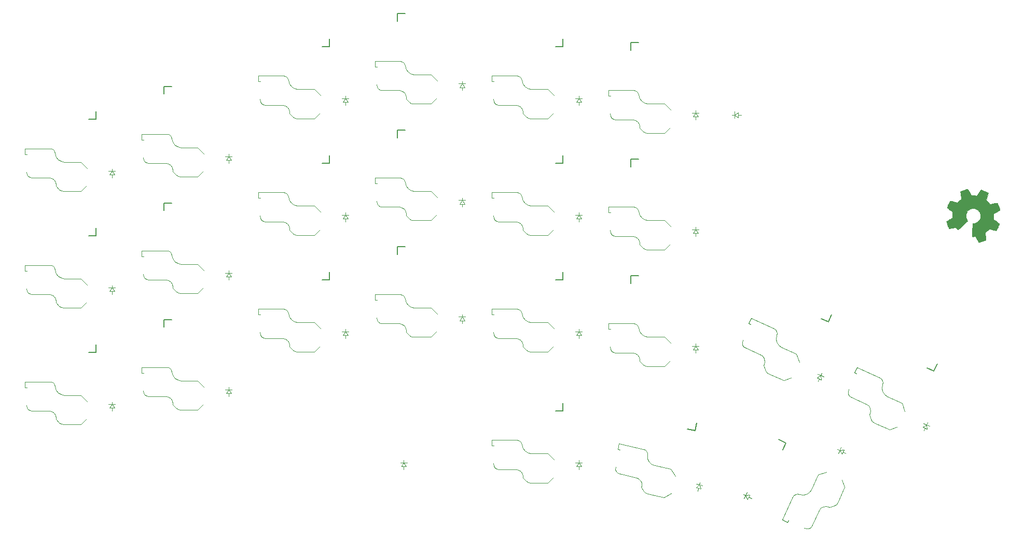
<source format=gbr>
%TF.GenerationSoftware,KiCad,Pcbnew,7.0.5*%
%TF.CreationDate,2024-03-19T12:27:36+08:00*%
%TF.ProjectId,Prime52left,5072696d-6535-4326-9c65-66742e6b6963,rev?*%
%TF.SameCoordinates,Original*%
%TF.FileFunction,Legend,Bot*%
%TF.FilePolarity,Positive*%
%FSLAX46Y46*%
G04 Gerber Fmt 4.6, Leading zero omitted, Abs format (unit mm)*
G04 Created by KiCad (PCBNEW 7.0.5) date 2024-03-19 12:27:36*
%MOMM*%
%LPD*%
G01*
G04 APERTURE LIST*
%ADD10C,0.120000*%
%ADD11C,0.100000*%
%ADD12C,0.150000*%
%ADD13C,0.010000*%
G04 APERTURE END LIST*
D10*
%TO.C,K25*%
X178781768Y-135740480D02*
X177536564Y-136193697D01*
X177536564Y-136193697D02*
X175046937Y-135032765D01*
X179561751Y-131850670D02*
X180055598Y-133207504D01*
X177162754Y-130732000D02*
X179561751Y-131850670D01*
X175046937Y-135032765D02*
X174715504Y-134789945D01*
X174715504Y-134789945D02*
X174502326Y-134437865D01*
X176697784Y-130399326D02*
X177162754Y-130732000D01*
X174502326Y-134437865D02*
X174244520Y-133729548D01*
X176390026Y-129925906D02*
X176697784Y-130399326D01*
X174244520Y-133729548D02*
X174338341Y-133528347D01*
X174338341Y-133528347D02*
X174444599Y-133094617D01*
X176275140Y-129372503D02*
X176390026Y-129925906D01*
X174444599Y-133094617D02*
X174378561Y-132658883D01*
X176371389Y-128801700D02*
X176275140Y-129372503D01*
X176423012Y-128496966D02*
X176371389Y-128801700D01*
X174378561Y-132658883D02*
X174149065Y-132282643D01*
X176357130Y-128181573D02*
X176423012Y-128496966D01*
X174149065Y-132282643D02*
X173788870Y-132018687D01*
X176180647Y-127911704D02*
X176357130Y-128181573D01*
X175924626Y-127727220D02*
X176180647Y-127911704D01*
X173788870Y-132018687D02*
X171251208Y-130835356D01*
X171251208Y-130835356D02*
X170982316Y-130638250D01*
X170982316Y-130638250D02*
X170805705Y-130347357D01*
X170805705Y-130347357D02*
X170754014Y-130010997D01*
X170754014Y-130010997D02*
X170857436Y-129588081D01*
X172152336Y-127007554D02*
X171823346Y-126854143D01*
X171823346Y-126854143D02*
X172221453Y-126000402D01*
X172221453Y-126000402D02*
X175924626Y-127727220D01*
%TO.C,K4*%
X65511000Y-93923000D02*
X64574000Y-94860000D01*
X64574000Y-94860000D02*
X61827000Y-94860000D01*
X64574000Y-90068000D02*
X65595000Y-91089000D01*
X61927000Y-90068000D02*
X64574000Y-90068000D01*
X61827000Y-94860000D02*
X61424000Y-94780000D01*
X61424000Y-94780000D02*
X61082000Y-94551000D01*
X61365000Y-89963000D02*
X61927000Y-90068000D01*
X61082000Y-94551000D02*
X60549000Y-94018000D01*
X60886000Y-89664000D02*
X61365000Y-89963000D01*
X60549000Y-94018000D02*
X60549000Y-93796000D01*
X60549000Y-93796000D02*
X60462000Y-93358000D01*
X60548000Y-89211000D02*
X60886000Y-89664000D01*
X60462000Y-93358000D02*
X60218000Y-92991000D01*
X60394000Y-88653000D02*
X60548000Y-89211000D01*
X60312000Y-88355000D02*
X60394000Y-88653000D01*
X60218000Y-92991000D02*
X59851000Y-92747000D01*
X60119000Y-88097000D02*
X60312000Y-88355000D01*
X59851000Y-92747000D02*
X59413000Y-92660000D01*
X59845000Y-87927000D02*
X60119000Y-88097000D01*
X59535000Y-87868000D02*
X59845000Y-87927000D01*
X59413000Y-92660000D02*
X56613000Y-92660000D01*
X56613000Y-92660000D02*
X56286000Y-92595000D01*
X56286000Y-92595000D02*
X56003000Y-92406000D01*
X56003000Y-92406000D02*
X55814000Y-92123000D01*
X55814000Y-92123000D02*
X55729000Y-91696000D01*
X55812000Y-88810000D02*
X55449000Y-88810000D01*
X55449000Y-88810000D02*
X55449000Y-87868000D01*
X55449000Y-87868000D02*
X59535000Y-87868000D01*
%TO.C,K20*%
X141711000Y-105829000D02*
X140774000Y-106766000D01*
X140774000Y-106766000D02*
X138027000Y-106766000D01*
X140774000Y-101974000D02*
X141795000Y-102995000D01*
X138127000Y-101974000D02*
X140774000Y-101974000D01*
X138027000Y-106766000D02*
X137624000Y-106686000D01*
X137624000Y-106686000D02*
X137282000Y-106457000D01*
X137565000Y-101869000D02*
X138127000Y-101974000D01*
X137282000Y-106457000D02*
X136749000Y-105924000D01*
X137086000Y-101570000D02*
X137565000Y-101869000D01*
X136749000Y-105924000D02*
X136749000Y-105702000D01*
X136749000Y-105702000D02*
X136662000Y-105264000D01*
X136748000Y-101117000D02*
X137086000Y-101570000D01*
X136662000Y-105264000D02*
X136418000Y-104897000D01*
X136594000Y-100559000D02*
X136748000Y-101117000D01*
X136512000Y-100261000D02*
X136594000Y-100559000D01*
X136418000Y-104897000D02*
X136051000Y-104653000D01*
X136319000Y-100003000D02*
X136512000Y-100261000D01*
X136051000Y-104653000D02*
X135613000Y-104566000D01*
X136045000Y-99833000D02*
X136319000Y-100003000D01*
X135735000Y-99774000D02*
X136045000Y-99833000D01*
X135613000Y-104566000D02*
X132813000Y-104566000D01*
X132813000Y-104566000D02*
X132486000Y-104501000D01*
X132486000Y-104501000D02*
X132203000Y-104312000D01*
X132203000Y-104312000D02*
X132014000Y-104029000D01*
X132014000Y-104029000D02*
X131929000Y-103602000D01*
X132012000Y-100716000D02*
X131649000Y-100716000D01*
X131649000Y-100716000D02*
X131649000Y-99774000D01*
X131649000Y-99774000D02*
X135735000Y-99774000D01*
%TO.C,K3*%
X46461000Y-134404000D02*
X45524000Y-135341000D01*
X45524000Y-135341000D02*
X42777000Y-135341000D01*
X45524000Y-130549000D02*
X46545000Y-131570000D01*
X42877000Y-130549000D02*
X45524000Y-130549000D01*
X42777000Y-135341000D02*
X42374000Y-135261000D01*
X42374000Y-135261000D02*
X42032000Y-135032000D01*
X42315000Y-130444000D02*
X42877000Y-130549000D01*
X42032000Y-135032000D02*
X41499000Y-134499000D01*
X41836000Y-130145000D02*
X42315000Y-130444000D01*
X41499000Y-134499000D02*
X41499000Y-134277000D01*
X41499000Y-134277000D02*
X41412000Y-133839000D01*
X41498000Y-129692000D02*
X41836000Y-130145000D01*
X41412000Y-133839000D02*
X41168000Y-133472000D01*
X41344000Y-129134000D02*
X41498000Y-129692000D01*
X41262000Y-128836000D02*
X41344000Y-129134000D01*
X41168000Y-133472000D02*
X40801000Y-133228000D01*
X41069000Y-128578000D02*
X41262000Y-128836000D01*
X40801000Y-133228000D02*
X40363000Y-133141000D01*
X40795000Y-128408000D02*
X41069000Y-128578000D01*
X40485000Y-128349000D02*
X40795000Y-128408000D01*
X40363000Y-133141000D02*
X37563000Y-133141000D01*
X37563000Y-133141000D02*
X37236000Y-133076000D01*
X37236000Y-133076000D02*
X36953000Y-132887000D01*
X36953000Y-132887000D02*
X36764000Y-132604000D01*
X36764000Y-132604000D02*
X36679000Y-132177000D01*
X36762000Y-129291000D02*
X36399000Y-129291000D01*
X36399000Y-129291000D02*
X36399000Y-128349000D01*
X36399000Y-128349000D02*
X40485000Y-128349000D01*
%TO.C,K10*%
X84561000Y-122498000D02*
X83624000Y-123435000D01*
X83624000Y-123435000D02*
X80877000Y-123435000D01*
X83624000Y-118643000D02*
X84645000Y-119664000D01*
X80977000Y-118643000D02*
X83624000Y-118643000D01*
X80877000Y-123435000D02*
X80474000Y-123355000D01*
X80474000Y-123355000D02*
X80132000Y-123126000D01*
X80415000Y-118538000D02*
X80977000Y-118643000D01*
X80132000Y-123126000D02*
X79599000Y-122593000D01*
X79936000Y-118239000D02*
X80415000Y-118538000D01*
X79599000Y-122593000D02*
X79599000Y-122371000D01*
X79599000Y-122371000D02*
X79512000Y-121933000D01*
X79598000Y-117786000D02*
X79936000Y-118239000D01*
X79512000Y-121933000D02*
X79268000Y-121566000D01*
X79444000Y-117228000D02*
X79598000Y-117786000D01*
X79362000Y-116930000D02*
X79444000Y-117228000D01*
X79268000Y-121566000D02*
X78901000Y-121322000D01*
X79169000Y-116672000D02*
X79362000Y-116930000D01*
X78901000Y-121322000D02*
X78463000Y-121235000D01*
X78895000Y-116502000D02*
X79169000Y-116672000D01*
X78585000Y-116443000D02*
X78895000Y-116502000D01*
X78463000Y-121235000D02*
X75663000Y-121235000D01*
X75663000Y-121235000D02*
X75336000Y-121170000D01*
X75336000Y-121170000D02*
X75053000Y-120981000D01*
X75053000Y-120981000D02*
X74864000Y-120698000D01*
X74864000Y-120698000D02*
X74779000Y-120271000D01*
X74862000Y-117385000D02*
X74499000Y-117385000D01*
X74499000Y-117385000D02*
X74499000Y-116443000D01*
X74499000Y-116443000D02*
X78585000Y-116443000D01*
%TO.C,K24*%
X161516768Y-127689480D02*
X160271564Y-128142697D01*
X160271564Y-128142697D02*
X157781937Y-126981765D01*
X162296751Y-123799670D02*
X162790598Y-125156504D01*
X159897754Y-122681000D02*
X162296751Y-123799670D01*
X157781937Y-126981765D02*
X157450504Y-126738945D01*
X157450504Y-126738945D02*
X157237326Y-126386865D01*
X159432784Y-122348326D02*
X159897754Y-122681000D01*
X157237326Y-126386865D02*
X156979520Y-125678548D01*
X159125026Y-121874906D02*
X159432784Y-122348326D01*
X156979520Y-125678548D02*
X157073341Y-125477347D01*
X157073341Y-125477347D02*
X157179599Y-125043617D01*
X159010140Y-121321503D02*
X159125026Y-121874906D01*
X157179599Y-125043617D02*
X157113561Y-124607883D01*
X159106389Y-120750700D02*
X159010140Y-121321503D01*
X159158012Y-120445966D02*
X159106389Y-120750700D01*
X157113561Y-124607883D02*
X156884065Y-124231643D01*
X159092130Y-120130573D02*
X159158012Y-120445966D01*
X156884065Y-124231643D02*
X156523870Y-123967687D01*
X158915647Y-119860704D02*
X159092130Y-120130573D01*
X158659626Y-119676220D02*
X158915647Y-119860704D01*
X156523870Y-123967687D02*
X153986208Y-122784356D01*
X153986208Y-122784356D02*
X153717316Y-122587250D01*
X153717316Y-122587250D02*
X153540705Y-122296357D01*
X153540705Y-122296357D02*
X153489014Y-121959997D01*
X153489014Y-121959997D02*
X153592436Y-121537081D01*
X154887336Y-118956554D02*
X154558346Y-118803143D01*
X154558346Y-118803143D02*
X154956453Y-117949402D01*
X154956453Y-117949402D02*
X158659626Y-119676220D01*
%TO.C,K22*%
X169769280Y-144343846D02*
X170222497Y-145589050D01*
X170222497Y-145589050D02*
X169061565Y-148078677D01*
X165879470Y-143563863D02*
X167236304Y-143070016D01*
X164760800Y-145962860D02*
X165879470Y-143563863D01*
X169061565Y-148078677D02*
X168818745Y-148410110D01*
X168818745Y-148410110D02*
X168466665Y-148623288D01*
X164428126Y-146427830D02*
X164760800Y-145962860D01*
X168466665Y-148623288D02*
X167758348Y-148881094D01*
X163954706Y-146735588D02*
X164428126Y-146427830D01*
X167758348Y-148881094D02*
X167557147Y-148787273D01*
X167557147Y-148787273D02*
X167123417Y-148681015D01*
X163401303Y-146850474D02*
X163954706Y-146735588D01*
X167123417Y-148681015D02*
X166687683Y-148747053D01*
X162830500Y-146754225D02*
X163401303Y-146850474D01*
X162525766Y-146702602D02*
X162830500Y-146754225D01*
X166687683Y-148747053D02*
X166311443Y-148976549D01*
X162210373Y-146768484D02*
X162525766Y-146702602D01*
X166311443Y-148976549D02*
X166047487Y-149336744D01*
X161940504Y-146944967D02*
X162210373Y-146768484D01*
X161756020Y-147200988D02*
X161940504Y-146944967D01*
X166047487Y-149336744D02*
X164864156Y-151874406D01*
X164864156Y-151874406D02*
X164667050Y-152143298D01*
X164667050Y-152143298D02*
X164376157Y-152319909D01*
X164376157Y-152319909D02*
X164039797Y-152371600D01*
X164039797Y-152371600D02*
X163616881Y-152268178D01*
X161036354Y-150973278D02*
X160882943Y-151302268D01*
X160882943Y-151302268D02*
X160029202Y-150904161D01*
X160029202Y-150904161D02*
X161756020Y-147200988D01*
%TO.C,K18*%
X141886274Y-146563569D02*
X140768681Y-147275555D01*
X140768681Y-147275555D02*
X138086796Y-146680995D01*
X141805859Y-142597144D02*
X142581673Y-143814927D01*
X139221604Y-142024229D02*
X141805859Y-142597144D01*
X138086796Y-146680995D02*
X137710664Y-146515666D01*
X137710664Y-146515666D02*
X137426335Y-146218072D01*
X138695652Y-141800078D02*
X139221604Y-142024229D01*
X137426335Y-146218072D02*
X137021332Y-145582344D01*
X138292721Y-141404491D02*
X138695652Y-141800078D01*
X137021332Y-145582344D02*
X137069381Y-145365606D01*
X137069381Y-145365606D02*
X137079244Y-144919158D01*
X138060780Y-140889073D02*
X138292721Y-141404491D01*
X137079244Y-144919158D02*
X136920461Y-144508046D01*
X138031204Y-140310968D02*
X138060780Y-140889073D01*
X138015647Y-140002284D02*
X138031204Y-140310968D01*
X136920461Y-144508046D02*
X136614972Y-144190397D01*
X137883063Y-139708626D02*
X138015647Y-140002284D01*
X136614972Y-144190397D02*
X136206184Y-144010659D01*
X137652353Y-139483352D02*
X137883063Y-139708626D01*
X137362471Y-139358654D02*
X137652353Y-139483352D01*
X136206184Y-144010659D02*
X133472555Y-143404628D01*
X133472555Y-143404628D02*
X133167375Y-143270393D01*
X133167375Y-143270393D02*
X132931991Y-143024620D01*
X132931991Y-143024620D02*
X132808723Y-142707421D01*
X132808723Y-142707421D02*
X132818158Y-142272146D01*
X133523835Y-139472520D02*
X133169439Y-139393952D01*
X133169439Y-139393952D02*
X133373325Y-138474282D01*
X133373325Y-138474282D02*
X137362471Y-139358654D01*
%TO.C,K12*%
X103611000Y-82016000D02*
X102674000Y-82953000D01*
X102674000Y-82953000D02*
X99927000Y-82953000D01*
X102674000Y-78161000D02*
X103695000Y-79182000D01*
X100027000Y-78161000D02*
X102674000Y-78161000D01*
X99927000Y-82953000D02*
X99524000Y-82873000D01*
X99524000Y-82873000D02*
X99182000Y-82644000D01*
X99465000Y-78056000D02*
X100027000Y-78161000D01*
X99182000Y-82644000D02*
X98649000Y-82111000D01*
X98986000Y-77757000D02*
X99465000Y-78056000D01*
X98649000Y-82111000D02*
X98649000Y-81889000D01*
X98649000Y-81889000D02*
X98562000Y-81451000D01*
X98648000Y-77304000D02*
X98986000Y-77757000D01*
X98562000Y-81451000D02*
X98318000Y-81084000D01*
X98494000Y-76746000D02*
X98648000Y-77304000D01*
X98412000Y-76448000D02*
X98494000Y-76746000D01*
X98318000Y-81084000D02*
X97951000Y-80840000D01*
X98219000Y-76190000D02*
X98412000Y-76448000D01*
X97951000Y-80840000D02*
X97513000Y-80753000D01*
X97945000Y-76020000D02*
X98219000Y-76190000D01*
X97635000Y-75961000D02*
X97945000Y-76020000D01*
X97513000Y-80753000D02*
X94713000Y-80753000D01*
X94713000Y-80753000D02*
X94386000Y-80688000D01*
X94386000Y-80688000D02*
X94103000Y-80499000D01*
X94103000Y-80499000D02*
X93914000Y-80216000D01*
X93914000Y-80216000D02*
X93829000Y-79789000D01*
X93912000Y-76903000D02*
X93549000Y-76903000D01*
X93549000Y-76903000D02*
X93549000Y-75961000D01*
X93549000Y-75961000D02*
X97635000Y-75961000D01*
%TO.C,K15*%
X122661000Y-84398000D02*
X121724000Y-85335000D01*
X121724000Y-85335000D02*
X118977000Y-85335000D01*
X121724000Y-80543000D02*
X122745000Y-81564000D01*
X119077000Y-80543000D02*
X121724000Y-80543000D01*
X118977000Y-85335000D02*
X118574000Y-85255000D01*
X118574000Y-85255000D02*
X118232000Y-85026000D01*
X118515000Y-80438000D02*
X119077000Y-80543000D01*
X118232000Y-85026000D02*
X117699000Y-84493000D01*
X118036000Y-80139000D02*
X118515000Y-80438000D01*
X117699000Y-84493000D02*
X117699000Y-84271000D01*
X117699000Y-84271000D02*
X117612000Y-83833000D01*
X117698000Y-79686000D02*
X118036000Y-80139000D01*
X117612000Y-83833000D02*
X117368000Y-83466000D01*
X117544000Y-79128000D02*
X117698000Y-79686000D01*
X117462000Y-78830000D02*
X117544000Y-79128000D01*
X117368000Y-83466000D02*
X117001000Y-83222000D01*
X117269000Y-78572000D02*
X117462000Y-78830000D01*
X117001000Y-83222000D02*
X116563000Y-83135000D01*
X116995000Y-78402000D02*
X117269000Y-78572000D01*
X116685000Y-78343000D02*
X116995000Y-78402000D01*
X116563000Y-83135000D02*
X113763000Y-83135000D01*
X113763000Y-83135000D02*
X113436000Y-83070000D01*
X113436000Y-83070000D02*
X113153000Y-82881000D01*
X113153000Y-82881000D02*
X112964000Y-82598000D01*
X112964000Y-82598000D02*
X112879000Y-82171000D01*
X112962000Y-79285000D02*
X112599000Y-79285000D01*
X112599000Y-79285000D02*
X112599000Y-78343000D01*
X112599000Y-78343000D02*
X116685000Y-78343000D01*
%TO.C,K9*%
X84561000Y-103448000D02*
X83624000Y-104385000D01*
X83624000Y-104385000D02*
X80877000Y-104385000D01*
X83624000Y-99593000D02*
X84645000Y-100614000D01*
X80977000Y-99593000D02*
X83624000Y-99593000D01*
X80877000Y-104385000D02*
X80474000Y-104305000D01*
X80474000Y-104305000D02*
X80132000Y-104076000D01*
X80415000Y-99488000D02*
X80977000Y-99593000D01*
X80132000Y-104076000D02*
X79599000Y-103543000D01*
X79936000Y-99189000D02*
X80415000Y-99488000D01*
X79599000Y-103543000D02*
X79599000Y-103321000D01*
X79599000Y-103321000D02*
X79512000Y-102883000D01*
X79598000Y-98736000D02*
X79936000Y-99189000D01*
X79512000Y-102883000D02*
X79268000Y-102516000D01*
X79444000Y-98178000D02*
X79598000Y-98736000D01*
X79362000Y-97880000D02*
X79444000Y-98178000D01*
X79268000Y-102516000D02*
X78901000Y-102272000D01*
X79169000Y-97622000D02*
X79362000Y-97880000D01*
X78901000Y-102272000D02*
X78463000Y-102185000D01*
X78895000Y-97452000D02*
X79169000Y-97622000D01*
X78585000Y-97393000D02*
X78895000Y-97452000D01*
X78463000Y-102185000D02*
X75663000Y-102185000D01*
X75663000Y-102185000D02*
X75336000Y-102120000D01*
X75336000Y-102120000D02*
X75053000Y-101931000D01*
X75053000Y-101931000D02*
X74864000Y-101648000D01*
X74864000Y-101648000D02*
X74779000Y-101221000D01*
X74862000Y-98335000D02*
X74499000Y-98335000D01*
X74499000Y-98335000D02*
X74499000Y-97393000D01*
X74499000Y-97393000D02*
X78585000Y-97393000D01*
%TO.C,K6*%
X65511000Y-132023000D02*
X64574000Y-132960000D01*
X64574000Y-132960000D02*
X61827000Y-132960000D01*
X64574000Y-128168000D02*
X65595000Y-129189000D01*
X61927000Y-128168000D02*
X64574000Y-128168000D01*
X61827000Y-132960000D02*
X61424000Y-132880000D01*
X61424000Y-132880000D02*
X61082000Y-132651000D01*
X61365000Y-128063000D02*
X61927000Y-128168000D01*
X61082000Y-132651000D02*
X60549000Y-132118000D01*
X60886000Y-127764000D02*
X61365000Y-128063000D01*
X60549000Y-132118000D02*
X60549000Y-131896000D01*
X60549000Y-131896000D02*
X60462000Y-131458000D01*
X60548000Y-127311000D02*
X60886000Y-127764000D01*
X60462000Y-131458000D02*
X60218000Y-131091000D01*
X60394000Y-126753000D02*
X60548000Y-127311000D01*
X60312000Y-126455000D02*
X60394000Y-126753000D01*
X60218000Y-131091000D02*
X59851000Y-130847000D01*
X60119000Y-126197000D02*
X60312000Y-126455000D01*
X59851000Y-130847000D02*
X59413000Y-130760000D01*
X59845000Y-126027000D02*
X60119000Y-126197000D01*
X59535000Y-125968000D02*
X59845000Y-126027000D01*
X59413000Y-130760000D02*
X56613000Y-130760000D01*
X56613000Y-130760000D02*
X56286000Y-130695000D01*
X56286000Y-130695000D02*
X56003000Y-130506000D01*
X56003000Y-130506000D02*
X55814000Y-130223000D01*
X55814000Y-130223000D02*
X55729000Y-129796000D01*
X55812000Y-126910000D02*
X55449000Y-126910000D01*
X55449000Y-126910000D02*
X55449000Y-125968000D01*
X55449000Y-125968000D02*
X59535000Y-125968000D01*
%TO.C,K17*%
X122661000Y-122498000D02*
X121724000Y-123435000D01*
X121724000Y-123435000D02*
X118977000Y-123435000D01*
X121724000Y-118643000D02*
X122745000Y-119664000D01*
X119077000Y-118643000D02*
X121724000Y-118643000D01*
X118977000Y-123435000D02*
X118574000Y-123355000D01*
X118574000Y-123355000D02*
X118232000Y-123126000D01*
X118515000Y-118538000D02*
X119077000Y-118643000D01*
X118232000Y-123126000D02*
X117699000Y-122593000D01*
X118036000Y-118239000D02*
X118515000Y-118538000D01*
X117699000Y-122593000D02*
X117699000Y-122371000D01*
X117699000Y-122371000D02*
X117612000Y-121933000D01*
X117698000Y-117786000D02*
X118036000Y-118239000D01*
X117612000Y-121933000D02*
X117368000Y-121566000D01*
X117544000Y-117228000D02*
X117698000Y-117786000D01*
X117462000Y-116930000D02*
X117544000Y-117228000D01*
X117368000Y-121566000D02*
X117001000Y-121322000D01*
X117269000Y-116672000D02*
X117462000Y-116930000D01*
X117001000Y-121322000D02*
X116563000Y-121235000D01*
X116995000Y-116502000D02*
X117269000Y-116672000D01*
X116685000Y-116443000D02*
X116995000Y-116502000D01*
X116563000Y-121235000D02*
X113763000Y-121235000D01*
X113763000Y-121235000D02*
X113436000Y-121170000D01*
X113436000Y-121170000D02*
X113153000Y-120981000D01*
X113153000Y-120981000D02*
X112964000Y-120698000D01*
X112964000Y-120698000D02*
X112879000Y-120271000D01*
X112962000Y-117385000D02*
X112599000Y-117385000D01*
X112599000Y-117385000D02*
X112599000Y-116443000D01*
X112599000Y-116443000D02*
X116685000Y-116443000D01*
%TO.C,K21*%
X141711000Y-124879000D02*
X140774000Y-125816000D01*
X140774000Y-125816000D02*
X138027000Y-125816000D01*
X140774000Y-121024000D02*
X141795000Y-122045000D01*
X138127000Y-121024000D02*
X140774000Y-121024000D01*
X138027000Y-125816000D02*
X137624000Y-125736000D01*
X137624000Y-125736000D02*
X137282000Y-125507000D01*
X137565000Y-120919000D02*
X138127000Y-121024000D01*
X137282000Y-125507000D02*
X136749000Y-124974000D01*
X137086000Y-120620000D02*
X137565000Y-120919000D01*
X136749000Y-124974000D02*
X136749000Y-124752000D01*
X136749000Y-124752000D02*
X136662000Y-124314000D01*
X136748000Y-120167000D02*
X137086000Y-120620000D01*
X136662000Y-124314000D02*
X136418000Y-123947000D01*
X136594000Y-119609000D02*
X136748000Y-120167000D01*
X136512000Y-119311000D02*
X136594000Y-119609000D01*
X136418000Y-123947000D02*
X136051000Y-123703000D01*
X136319000Y-119053000D02*
X136512000Y-119311000D01*
X136051000Y-123703000D02*
X135613000Y-123616000D01*
X136045000Y-118883000D02*
X136319000Y-119053000D01*
X135735000Y-118824000D02*
X136045000Y-118883000D01*
X135613000Y-123616000D02*
X132813000Y-123616000D01*
X132813000Y-123616000D02*
X132486000Y-123551000D01*
X132486000Y-123551000D02*
X132203000Y-123362000D01*
X132203000Y-123362000D02*
X132014000Y-123079000D01*
X132014000Y-123079000D02*
X131929000Y-122652000D01*
X132012000Y-119766000D02*
X131649000Y-119766000D01*
X131649000Y-119766000D02*
X131649000Y-118824000D01*
X131649000Y-118824000D02*
X135735000Y-118824000D01*
%TO.C,K1*%
X46461000Y-96304000D02*
X45524000Y-97241000D01*
X45524000Y-97241000D02*
X42777000Y-97241000D01*
X45524000Y-92449000D02*
X46545000Y-93470000D01*
X42877000Y-92449000D02*
X45524000Y-92449000D01*
X42777000Y-97241000D02*
X42374000Y-97161000D01*
X42374000Y-97161000D02*
X42032000Y-96932000D01*
X42315000Y-92344000D02*
X42877000Y-92449000D01*
X42032000Y-96932000D02*
X41499000Y-96399000D01*
X41836000Y-92045000D02*
X42315000Y-92344000D01*
X41499000Y-96399000D02*
X41499000Y-96177000D01*
X41499000Y-96177000D02*
X41412000Y-95739000D01*
X41498000Y-91592000D02*
X41836000Y-92045000D01*
X41412000Y-95739000D02*
X41168000Y-95372000D01*
X41344000Y-91034000D02*
X41498000Y-91592000D01*
X41262000Y-90736000D02*
X41344000Y-91034000D01*
X41168000Y-95372000D02*
X40801000Y-95128000D01*
X41069000Y-90478000D02*
X41262000Y-90736000D01*
X40801000Y-95128000D02*
X40363000Y-95041000D01*
X40795000Y-90308000D02*
X41069000Y-90478000D01*
X40485000Y-90249000D02*
X40795000Y-90308000D01*
X40363000Y-95041000D02*
X37563000Y-95041000D01*
X37563000Y-95041000D02*
X37236000Y-94976000D01*
X37236000Y-94976000D02*
X36953000Y-94787000D01*
X36953000Y-94787000D02*
X36764000Y-94504000D01*
X36764000Y-94504000D02*
X36679000Y-94077000D01*
X36762000Y-91191000D02*
X36399000Y-91191000D01*
X36399000Y-91191000D02*
X36399000Y-90249000D01*
X36399000Y-90249000D02*
X40485000Y-90249000D01*
%TO.C,K19*%
X141711000Y-86779000D02*
X140774000Y-87716000D01*
X140774000Y-87716000D02*
X138027000Y-87716000D01*
X140774000Y-82924000D02*
X141795000Y-83945000D01*
X138127000Y-82924000D02*
X140774000Y-82924000D01*
X138027000Y-87716000D02*
X137624000Y-87636000D01*
X137624000Y-87636000D02*
X137282000Y-87407000D01*
X137565000Y-82819000D02*
X138127000Y-82924000D01*
X137282000Y-87407000D02*
X136749000Y-86874000D01*
X137086000Y-82520000D02*
X137565000Y-82819000D01*
X136749000Y-86874000D02*
X136749000Y-86652000D01*
X136749000Y-86652000D02*
X136662000Y-86214000D01*
X136748000Y-82067000D02*
X137086000Y-82520000D01*
X136662000Y-86214000D02*
X136418000Y-85847000D01*
X136594000Y-81509000D02*
X136748000Y-82067000D01*
X136512000Y-81211000D02*
X136594000Y-81509000D01*
X136418000Y-85847000D02*
X136051000Y-85603000D01*
X136319000Y-80953000D02*
X136512000Y-81211000D01*
X136051000Y-85603000D02*
X135613000Y-85516000D01*
X136045000Y-80783000D02*
X136319000Y-80953000D01*
X135735000Y-80724000D02*
X136045000Y-80783000D01*
X135613000Y-85516000D02*
X132813000Y-85516000D01*
X132813000Y-85516000D02*
X132486000Y-85451000D01*
X132486000Y-85451000D02*
X132203000Y-85262000D01*
X132203000Y-85262000D02*
X132014000Y-84979000D01*
X132014000Y-84979000D02*
X131929000Y-84552000D01*
X132012000Y-81666000D02*
X131649000Y-81666000D01*
X131649000Y-81666000D02*
X131649000Y-80724000D01*
X131649000Y-80724000D02*
X135735000Y-80724000D01*
%TO.C,K16*%
X122661000Y-103448000D02*
X121724000Y-104385000D01*
X121724000Y-104385000D02*
X118977000Y-104385000D01*
X121724000Y-99593000D02*
X122745000Y-100614000D01*
X119077000Y-99593000D02*
X121724000Y-99593000D01*
X118977000Y-104385000D02*
X118574000Y-104305000D01*
X118574000Y-104305000D02*
X118232000Y-104076000D01*
X118515000Y-99488000D02*
X119077000Y-99593000D01*
X118232000Y-104076000D02*
X117699000Y-103543000D01*
X118036000Y-99189000D02*
X118515000Y-99488000D01*
X117699000Y-103543000D02*
X117699000Y-103321000D01*
X117699000Y-103321000D02*
X117612000Y-102883000D01*
X117698000Y-98736000D02*
X118036000Y-99189000D01*
X117612000Y-102883000D02*
X117368000Y-102516000D01*
X117544000Y-98178000D02*
X117698000Y-98736000D01*
X117462000Y-97880000D02*
X117544000Y-98178000D01*
X117368000Y-102516000D02*
X117001000Y-102272000D01*
X117269000Y-97622000D02*
X117462000Y-97880000D01*
X117001000Y-102272000D02*
X116563000Y-102185000D01*
X116995000Y-97452000D02*
X117269000Y-97622000D01*
X116685000Y-97393000D02*
X116995000Y-97452000D01*
X116563000Y-102185000D02*
X113763000Y-102185000D01*
X113763000Y-102185000D02*
X113436000Y-102120000D01*
X113436000Y-102120000D02*
X113153000Y-101931000D01*
X113153000Y-101931000D02*
X112964000Y-101648000D01*
X112964000Y-101648000D02*
X112879000Y-101221000D01*
X112962000Y-98335000D02*
X112599000Y-98335000D01*
X112599000Y-98335000D02*
X112599000Y-97393000D01*
X112599000Y-97393000D02*
X116685000Y-97393000D01*
%TO.C,K2*%
X46461000Y-115354000D02*
X45524000Y-116291000D01*
X45524000Y-116291000D02*
X42777000Y-116291000D01*
X45524000Y-111499000D02*
X46545000Y-112520000D01*
X42877000Y-111499000D02*
X45524000Y-111499000D01*
X42777000Y-116291000D02*
X42374000Y-116211000D01*
X42374000Y-116211000D02*
X42032000Y-115982000D01*
X42315000Y-111394000D02*
X42877000Y-111499000D01*
X42032000Y-115982000D02*
X41499000Y-115449000D01*
X41836000Y-111095000D02*
X42315000Y-111394000D01*
X41499000Y-115449000D02*
X41499000Y-115227000D01*
X41499000Y-115227000D02*
X41412000Y-114789000D01*
X41498000Y-110642000D02*
X41836000Y-111095000D01*
X41412000Y-114789000D02*
X41168000Y-114422000D01*
X41344000Y-110084000D02*
X41498000Y-110642000D01*
X41262000Y-109786000D02*
X41344000Y-110084000D01*
X41168000Y-114422000D02*
X40801000Y-114178000D01*
X41069000Y-109528000D02*
X41262000Y-109786000D01*
X40801000Y-114178000D02*
X40363000Y-114091000D01*
X40795000Y-109358000D02*
X41069000Y-109528000D01*
X40485000Y-109299000D02*
X40795000Y-109358000D01*
X40363000Y-114091000D02*
X37563000Y-114091000D01*
X37563000Y-114091000D02*
X37236000Y-114026000D01*
X37236000Y-114026000D02*
X36953000Y-113837000D01*
X36953000Y-113837000D02*
X36764000Y-113554000D01*
X36764000Y-113554000D02*
X36679000Y-113127000D01*
X36762000Y-110241000D02*
X36399000Y-110241000D01*
X36399000Y-110241000D02*
X36399000Y-109299000D01*
X36399000Y-109299000D02*
X40485000Y-109299000D01*
%TO.C,K5*%
X65511000Y-112973000D02*
X64574000Y-113910000D01*
X64574000Y-113910000D02*
X61827000Y-113910000D01*
X64574000Y-109118000D02*
X65595000Y-110139000D01*
X61927000Y-109118000D02*
X64574000Y-109118000D01*
X61827000Y-113910000D02*
X61424000Y-113830000D01*
X61424000Y-113830000D02*
X61082000Y-113601000D01*
X61365000Y-109013000D02*
X61927000Y-109118000D01*
X61082000Y-113601000D02*
X60549000Y-113068000D01*
X60886000Y-108714000D02*
X61365000Y-109013000D01*
X60549000Y-113068000D02*
X60549000Y-112846000D01*
X60549000Y-112846000D02*
X60462000Y-112408000D01*
X60548000Y-108261000D02*
X60886000Y-108714000D01*
X60462000Y-112408000D02*
X60218000Y-112041000D01*
X60394000Y-107703000D02*
X60548000Y-108261000D01*
X60312000Y-107405000D02*
X60394000Y-107703000D01*
X60218000Y-112041000D02*
X59851000Y-111797000D01*
X60119000Y-107147000D02*
X60312000Y-107405000D01*
X59851000Y-111797000D02*
X59413000Y-111710000D01*
X59845000Y-106977000D02*
X60119000Y-107147000D01*
X59535000Y-106918000D02*
X59845000Y-106977000D01*
X59413000Y-111710000D02*
X56613000Y-111710000D01*
X56613000Y-111710000D02*
X56286000Y-111645000D01*
X56286000Y-111645000D02*
X56003000Y-111456000D01*
X56003000Y-111456000D02*
X55814000Y-111173000D01*
X55814000Y-111173000D02*
X55729000Y-110746000D01*
X55812000Y-107860000D02*
X55449000Y-107860000D01*
X55449000Y-107860000D02*
X55449000Y-106918000D01*
X55449000Y-106918000D02*
X59535000Y-106918000D01*
%TO.C,K13*%
X103611000Y-101066000D02*
X102674000Y-102003000D01*
X102674000Y-102003000D02*
X99927000Y-102003000D01*
X102674000Y-97211000D02*
X103695000Y-98232000D01*
X100027000Y-97211000D02*
X102674000Y-97211000D01*
X99927000Y-102003000D02*
X99524000Y-101923000D01*
X99524000Y-101923000D02*
X99182000Y-101694000D01*
X99465000Y-97106000D02*
X100027000Y-97211000D01*
X99182000Y-101694000D02*
X98649000Y-101161000D01*
X98986000Y-96807000D02*
X99465000Y-97106000D01*
X98649000Y-101161000D02*
X98649000Y-100939000D01*
X98649000Y-100939000D02*
X98562000Y-100501000D01*
X98648000Y-96354000D02*
X98986000Y-96807000D01*
X98562000Y-100501000D02*
X98318000Y-100134000D01*
X98494000Y-95796000D02*
X98648000Y-96354000D01*
X98412000Y-95498000D02*
X98494000Y-95796000D01*
X98318000Y-100134000D02*
X97951000Y-99890000D01*
X98219000Y-95240000D02*
X98412000Y-95498000D01*
X97951000Y-99890000D02*
X97513000Y-99803000D01*
X97945000Y-95070000D02*
X98219000Y-95240000D01*
X97635000Y-95011000D02*
X97945000Y-95070000D01*
X97513000Y-99803000D02*
X94713000Y-99803000D01*
X94713000Y-99803000D02*
X94386000Y-99738000D01*
X94386000Y-99738000D02*
X94103000Y-99549000D01*
X94103000Y-99549000D02*
X93914000Y-99266000D01*
X93914000Y-99266000D02*
X93829000Y-98839000D01*
X93912000Y-95953000D02*
X93549000Y-95953000D01*
X93549000Y-95953000D02*
X93549000Y-95011000D01*
X93549000Y-95011000D02*
X97635000Y-95011000D01*
%TO.C,K8*%
X84561000Y-84398000D02*
X83624000Y-85335000D01*
X83624000Y-85335000D02*
X80877000Y-85335000D01*
X83624000Y-80543000D02*
X84645000Y-81564000D01*
X80977000Y-80543000D02*
X83624000Y-80543000D01*
X80877000Y-85335000D02*
X80474000Y-85255000D01*
X80474000Y-85255000D02*
X80132000Y-85026000D01*
X80415000Y-80438000D02*
X80977000Y-80543000D01*
X80132000Y-85026000D02*
X79599000Y-84493000D01*
X79936000Y-80139000D02*
X80415000Y-80438000D01*
X79599000Y-84493000D02*
X79599000Y-84271000D01*
X79599000Y-84271000D02*
X79512000Y-83833000D01*
X79598000Y-79686000D02*
X79936000Y-80139000D01*
X79512000Y-83833000D02*
X79268000Y-83466000D01*
X79444000Y-79128000D02*
X79598000Y-79686000D01*
X79362000Y-78830000D02*
X79444000Y-79128000D01*
X79268000Y-83466000D02*
X78901000Y-83222000D01*
X79169000Y-78572000D02*
X79362000Y-78830000D01*
X78901000Y-83222000D02*
X78463000Y-83135000D01*
X78895000Y-78402000D02*
X79169000Y-78572000D01*
X78585000Y-78343000D02*
X78895000Y-78402000D01*
X78463000Y-83135000D02*
X75663000Y-83135000D01*
X75663000Y-83135000D02*
X75336000Y-83070000D01*
X75336000Y-83070000D02*
X75053000Y-82881000D01*
X75053000Y-82881000D02*
X74864000Y-82598000D01*
X74864000Y-82598000D02*
X74779000Y-82171000D01*
X74862000Y-79285000D02*
X74499000Y-79285000D01*
X74499000Y-79285000D02*
X74499000Y-78343000D01*
X74499000Y-78343000D02*
X78585000Y-78343000D01*
%TO.C,K11*%
X122661000Y-143929000D02*
X121724000Y-144866000D01*
X121724000Y-144866000D02*
X118977000Y-144866000D01*
X121724000Y-140074000D02*
X122745000Y-141095000D01*
X119077000Y-140074000D02*
X121724000Y-140074000D01*
X118977000Y-144866000D02*
X118574000Y-144786000D01*
X118574000Y-144786000D02*
X118232000Y-144557000D01*
X118515000Y-139969000D02*
X119077000Y-140074000D01*
X118232000Y-144557000D02*
X117699000Y-144024000D01*
X118036000Y-139670000D02*
X118515000Y-139969000D01*
X117699000Y-144024000D02*
X117699000Y-143802000D01*
X117699000Y-143802000D02*
X117612000Y-143364000D01*
X117698000Y-139217000D02*
X118036000Y-139670000D01*
X117612000Y-143364000D02*
X117368000Y-142997000D01*
X117544000Y-138659000D02*
X117698000Y-139217000D01*
X117462000Y-138361000D02*
X117544000Y-138659000D01*
X117368000Y-142997000D02*
X117001000Y-142753000D01*
X117269000Y-138103000D02*
X117462000Y-138361000D01*
X117001000Y-142753000D02*
X116563000Y-142666000D01*
X116995000Y-137933000D02*
X117269000Y-138103000D01*
X116685000Y-137874000D02*
X116995000Y-137933000D01*
X116563000Y-142666000D02*
X113763000Y-142666000D01*
X113763000Y-142666000D02*
X113436000Y-142601000D01*
X113436000Y-142601000D02*
X113153000Y-142412000D01*
X113153000Y-142412000D02*
X112964000Y-142129000D01*
X112964000Y-142129000D02*
X112879000Y-141702000D01*
X112962000Y-138816000D02*
X112599000Y-138816000D01*
X112599000Y-138816000D02*
X112599000Y-137874000D01*
X112599000Y-137874000D02*
X116685000Y-137874000D01*
%TO.C,K14*%
X103611000Y-120116000D02*
X102674000Y-121053000D01*
X102674000Y-121053000D02*
X99927000Y-121053000D01*
X102674000Y-116261000D02*
X103695000Y-117282000D01*
X100027000Y-116261000D02*
X102674000Y-116261000D01*
X99927000Y-121053000D02*
X99524000Y-120973000D01*
X99524000Y-120973000D02*
X99182000Y-120744000D01*
X99465000Y-116156000D02*
X100027000Y-116261000D01*
X99182000Y-120744000D02*
X98649000Y-120211000D01*
X98986000Y-115857000D02*
X99465000Y-116156000D01*
X98649000Y-120211000D02*
X98649000Y-119989000D01*
X98649000Y-119989000D02*
X98562000Y-119551000D01*
X98648000Y-115404000D02*
X98986000Y-115857000D01*
X98562000Y-119551000D02*
X98318000Y-119184000D01*
X98494000Y-114846000D02*
X98648000Y-115404000D01*
X98412000Y-114548000D02*
X98494000Y-114846000D01*
X98318000Y-119184000D02*
X97951000Y-118940000D01*
X98219000Y-114290000D02*
X98412000Y-114548000D01*
X97951000Y-118940000D02*
X97513000Y-118853000D01*
X97945000Y-114120000D02*
X98219000Y-114290000D01*
X97635000Y-114061000D02*
X97945000Y-114120000D01*
X97513000Y-118853000D02*
X94713000Y-118853000D01*
X94713000Y-118853000D02*
X94386000Y-118788000D01*
X94386000Y-118788000D02*
X94103000Y-118599000D01*
X94103000Y-118599000D02*
X93914000Y-118316000D01*
X93914000Y-118316000D02*
X93829000Y-117889000D01*
X93912000Y-115003000D02*
X93549000Y-115003000D01*
X93549000Y-115003000D02*
X93549000Y-114061000D01*
X93549000Y-114061000D02*
X97635000Y-114061000D01*
D11*
%TO.C,D1*%
X50645000Y-93539400D02*
X50645000Y-93939400D01*
X50645000Y-93939400D02*
X51195000Y-93939400D01*
X50645000Y-93939400D02*
X50095000Y-93939400D01*
X50645000Y-93939400D02*
X50245000Y-94539400D01*
X51045000Y-94539400D02*
X50645000Y-93939400D01*
X50645000Y-94539400D02*
X50645000Y-95039400D01*
X50245000Y-94539400D02*
X51045000Y-94539400D01*
%TO.C,D7*%
X98270000Y-141164400D02*
X98270000Y-141564400D01*
X98270000Y-141564400D02*
X98820000Y-141564400D01*
X98270000Y-141564400D02*
X97720000Y-141564400D01*
X98270000Y-141564400D02*
X97870000Y-142164400D01*
X98670000Y-142164400D02*
X98270000Y-141564400D01*
X98270000Y-142164400D02*
X98270000Y-142664400D01*
X97870000Y-142164400D02*
X98670000Y-142164400D01*
%TO.C,D13*%
X107795000Y-98301400D02*
X107795000Y-98701400D01*
X107795000Y-98701400D02*
X108345000Y-98701400D01*
X107795000Y-98701400D02*
X107245000Y-98701400D01*
X107795000Y-98701400D02*
X107395000Y-99301400D01*
X108195000Y-99301400D02*
X107795000Y-98701400D01*
X107795000Y-99301400D02*
X107795000Y-99801400D01*
X107395000Y-99301400D02*
X108195000Y-99301400D01*
%TO.C,D5*%
X69695000Y-110208400D02*
X69695000Y-110608400D01*
X69695000Y-110608400D02*
X70245000Y-110608400D01*
X69695000Y-110608400D02*
X69145000Y-110608400D01*
X69695000Y-110608400D02*
X69295000Y-111208400D01*
X70095000Y-111208400D02*
X69695000Y-110608400D01*
X69695000Y-111208400D02*
X69695000Y-111708400D01*
X69295000Y-111208400D02*
X70095000Y-111208400D01*
%TO.C,D12*%
X107795000Y-79251400D02*
X107795000Y-79651400D01*
X107795000Y-79651400D02*
X108345000Y-79651400D01*
X107795000Y-79651400D02*
X107245000Y-79651400D01*
X107795000Y-79651400D02*
X107395000Y-80251400D01*
X108195000Y-80251400D02*
X107795000Y-79651400D01*
X107795000Y-80251400D02*
X107795000Y-80751400D01*
X107395000Y-80251400D02*
X108195000Y-80251400D01*
D12*
%TO.C,L6*%
X135295000Y-93240000D02*
X135295000Y-91990000D01*
X136545000Y-91990000D02*
X135295000Y-91990000D01*
%TO.C,L18*%
X59095000Y-119434000D02*
X59095000Y-118184000D01*
X60345000Y-118184000D02*
X59095000Y-118184000D01*
D11*
%TO.C,D4*%
X69695000Y-91158400D02*
X69695000Y-91558400D01*
X69695000Y-91558400D02*
X70245000Y-91558400D01*
X69695000Y-91558400D02*
X69145000Y-91558400D01*
X69695000Y-91558400D02*
X69295000Y-92158400D01*
X70095000Y-92158400D02*
X69695000Y-91558400D01*
X69695000Y-92158400D02*
X69695000Y-92658400D01*
X69295000Y-92158400D02*
X70095000Y-92158400D01*
%TO.C,D26*%
X169032194Y-139389670D02*
X169394717Y-139558717D01*
X169394717Y-139558717D02*
X169627157Y-139060248D01*
X169394717Y-139558717D02*
X169162277Y-140057186D01*
X169394717Y-139558717D02*
X169769454Y-140174811D01*
X170107549Y-139449765D02*
X169394717Y-139558717D01*
X169938502Y-139812288D02*
X170391656Y-140023597D01*
X169769454Y-140174811D02*
X170107549Y-139449765D01*
D12*
%TO.C,L14*%
X97195000Y-69427000D02*
X97195000Y-68177000D01*
X98445000Y-68177000D02*
X97195000Y-68177000D01*
D11*
%TO.C,D19*%
X145895000Y-84014400D02*
X145895000Y-84414400D01*
X145895000Y-84414400D02*
X146445000Y-84414400D01*
X145895000Y-84414400D02*
X145345000Y-84414400D01*
X145895000Y-84414400D02*
X145495000Y-85014400D01*
X146295000Y-85014400D02*
X145895000Y-84414400D01*
X145895000Y-85014400D02*
X145895000Y-85514400D01*
X145495000Y-85014400D02*
X146295000Y-85014400D01*
D12*
%TO.C,L21*%
X48045000Y-84215000D02*
X48045000Y-85465000D01*
X46795000Y-85465000D02*
X48045000Y-85465000D01*
D11*
%TO.C,D16*%
X126845000Y-100683400D02*
X126845000Y-101083400D01*
X126845000Y-101083400D02*
X127395000Y-101083400D01*
X126845000Y-101083400D02*
X126295000Y-101083400D01*
X126845000Y-101083400D02*
X126445000Y-101683400D01*
X127245000Y-101683400D02*
X126845000Y-101083400D01*
X126845000Y-101683400D02*
X126845000Y-102183400D01*
X126445000Y-101683400D02*
X127245000Y-101683400D01*
D12*
%TO.C,L13*%
X97195000Y-88477000D02*
X97195000Y-87227000D01*
X98445000Y-87227000D02*
X97195000Y-87227000D01*
%TO.C,L12*%
X97195000Y-107527000D02*
X97195000Y-106277000D01*
X98445000Y-106277000D02*
X97195000Y-106277000D01*
%TO.C,L1*%
X185326577Y-125454050D02*
X184798304Y-126586935D01*
X183665419Y-126058662D02*
X184798304Y-126586935D01*
D11*
%TO.C,D14*%
X107795000Y-117351400D02*
X107795000Y-117751400D01*
X107795000Y-117751400D02*
X108345000Y-117751400D01*
X107795000Y-117751400D02*
X107245000Y-117751400D01*
X107795000Y-117751400D02*
X107395000Y-118351400D01*
X108195000Y-118351400D02*
X107795000Y-117751400D01*
X107795000Y-118351400D02*
X107795000Y-118851400D01*
X107395000Y-118351400D02*
X108195000Y-118351400D01*
D12*
%TO.C,L17*%
X86145000Y-110409000D02*
X86145000Y-111659000D01*
X84895000Y-111659000D02*
X86145000Y-111659000D01*
D11*
%TO.C,D3*%
X50645000Y-131639400D02*
X50645000Y-132039400D01*
X50645000Y-132039400D02*
X51195000Y-132039400D01*
X50645000Y-132039400D02*
X50095000Y-132039400D01*
X50645000Y-132039400D02*
X50245000Y-132639400D01*
X51045000Y-132639400D02*
X50645000Y-132039400D01*
X50645000Y-132639400D02*
X50645000Y-133139400D01*
X50245000Y-132639400D02*
X51045000Y-132639400D01*
%TO.C,D10*%
X88745000Y-119733400D02*
X88745000Y-120133400D01*
X88745000Y-120133400D02*
X89295000Y-120133400D01*
X88745000Y-120133400D02*
X88195000Y-120133400D01*
X88745000Y-120133400D02*
X88345000Y-120733400D01*
X89145000Y-120733400D02*
X88745000Y-120133400D01*
X88745000Y-120733400D02*
X88745000Y-121233400D01*
X88345000Y-120733400D02*
X89145000Y-120733400D01*
D12*
%TO.C,L15*%
X86145000Y-72309000D02*
X86145000Y-73559000D01*
X84895000Y-73559000D02*
X86145000Y-73559000D01*
D11*
%TO.C,D18*%
X146569542Y-144770311D02*
X146482966Y-145160829D01*
X146482966Y-145160829D02*
X147019929Y-145279871D01*
X146482966Y-145160829D02*
X145946003Y-145041787D01*
X146482966Y-145160829D02*
X145962584Y-145660031D01*
X146743621Y-145833183D02*
X146482966Y-145160829D01*
X146353102Y-145746607D02*
X146244882Y-146234755D01*
X145962584Y-145660031D02*
X146743621Y-145833183D01*
D12*
%TO.C,L10*%
X124245000Y-110409000D02*
X124245000Y-111659000D01*
X122995000Y-111659000D02*
X124245000Y-111659000D01*
D11*
%TO.C,D20*%
X145895000Y-103064400D02*
X145895000Y-103464400D01*
X145895000Y-103464400D02*
X146445000Y-103464400D01*
X145895000Y-103464400D02*
X145345000Y-103464400D01*
X145895000Y-103464400D02*
X145495000Y-104064400D01*
X146295000Y-104064400D02*
X145895000Y-103464400D01*
X145895000Y-104064400D02*
X145895000Y-104564400D01*
X145495000Y-104064400D02*
X146295000Y-104064400D01*
%TO.C,D6*%
X69695000Y-129258400D02*
X69695000Y-129658400D01*
X69695000Y-129658400D02*
X70245000Y-129658400D01*
X69695000Y-129658400D02*
X69145000Y-129658400D01*
X69695000Y-129658400D02*
X69295000Y-130258400D01*
X70095000Y-130258400D02*
X69695000Y-129658400D01*
X69695000Y-130258400D02*
X69695000Y-130758400D01*
X69295000Y-130258400D02*
X70095000Y-130258400D01*
D12*
%TO.C,L3*%
X159482850Y-137799037D02*
X160615735Y-138327310D01*
X160087462Y-139460195D02*
X160615735Y-138327310D01*
%TO.C,SYM1*%
D13*
X190253178Y-96875202D02*
X190286020Y-96924547D01*
X190337870Y-97006643D01*
X190405017Y-97115513D01*
X190483753Y-97245184D01*
X190570367Y-97389683D01*
X190878815Y-97907427D01*
X191327680Y-97927786D01*
X191776544Y-97948144D01*
X192130962Y-97454485D01*
X192485381Y-96960825D01*
X193611925Y-97486140D01*
X193461575Y-98074960D01*
X193311225Y-98663778D01*
X193615346Y-98994542D01*
X193919466Y-99325306D01*
X194514348Y-99228792D01*
X194631977Y-99209929D01*
X194787546Y-99185715D01*
X194921803Y-99165679D01*
X195027794Y-99150820D01*
X195098565Y-99142141D01*
X195127162Y-99140639D01*
X195137194Y-99155869D01*
X195162326Y-99211799D01*
X195198198Y-99301081D01*
X195241965Y-99415728D01*
X195290785Y-99547749D01*
X195341817Y-99689159D01*
X195392217Y-99831971D01*
X195439144Y-99968194D01*
X195479754Y-100089844D01*
X195511205Y-100188930D01*
X195530655Y-100257468D01*
X195535262Y-100287468D01*
X195527125Y-100295639D01*
X195482078Y-100328011D01*
X195403504Y-100379215D01*
X195297682Y-100445296D01*
X195170893Y-100522295D01*
X195029417Y-100606255D01*
X194951973Y-100651912D01*
X194818101Y-100731845D01*
X194702488Y-100802173D01*
X194611342Y-100859053D01*
X194550869Y-100898642D01*
X194527277Y-100917099D01*
X194526854Y-100918534D01*
X194523409Y-100954269D01*
X194519112Y-101028519D01*
X194514307Y-101131480D01*
X194509335Y-101253353D01*
X194504541Y-101384337D01*
X194500267Y-101514630D01*
X194496856Y-101634433D01*
X194494650Y-101733942D01*
X194493994Y-101803360D01*
X194495230Y-101832882D01*
X194501538Y-101838391D01*
X194541402Y-101868561D01*
X194613009Y-101921137D01*
X194710612Y-101991939D01*
X194828466Y-102076790D01*
X194960826Y-102171509D01*
X195030546Y-102221517D01*
X195158028Y-102314344D01*
X195268862Y-102396855D01*
X195357024Y-102464471D01*
X195416489Y-102512611D01*
X195441231Y-102536694D01*
X195441774Y-102549386D01*
X195427302Y-102603406D01*
X195395452Y-102689768D01*
X195349877Y-102800652D01*
X195294229Y-102928236D01*
X195232163Y-103064701D01*
X195167330Y-103202228D01*
X195103384Y-103332995D01*
X195043979Y-103449184D01*
X194992766Y-103542973D01*
X194953401Y-103606545D01*
X194929533Y-103632077D01*
X194921987Y-103632694D01*
X194870728Y-103626529D01*
X194784605Y-103609837D01*
X194673519Y-103584666D01*
X194547366Y-103553061D01*
X194504999Y-103541974D01*
X194309215Y-103490998D01*
X194155070Y-103451524D01*
X194037140Y-103422363D01*
X193949995Y-103402330D01*
X193888208Y-103390237D01*
X193846351Y-103384896D01*
X193818997Y-103385119D01*
X193800717Y-103389720D01*
X193798333Y-103390811D01*
X193759071Y-103418427D01*
X193694815Y-103472497D01*
X193612450Y-103546372D01*
X193518859Y-103633404D01*
X193420926Y-103726945D01*
X193325535Y-103820347D01*
X193239571Y-103906962D01*
X193169917Y-103980141D01*
X193123456Y-104033237D01*
X193107074Y-104059600D01*
X193107630Y-104064271D01*
X193114531Y-104110155D01*
X193128101Y-104195179D01*
X193147061Y-104311497D01*
X193170139Y-104451266D01*
X193196055Y-104606640D01*
X193203129Y-104649362D01*
X193226943Y-104801878D01*
X193245892Y-104937181D01*
X193259003Y-105047320D01*
X193265302Y-105124340D01*
X193263816Y-105160286D01*
X193257423Y-105166938D01*
X193211059Y-105192782D01*
X193125764Y-105230518D01*
X193007520Y-105277717D01*
X192862306Y-105331951D01*
X192696103Y-105390793D01*
X192601723Y-105423097D01*
X192453187Y-105472691D01*
X192324030Y-105514271D01*
X192221150Y-105545692D01*
X192151440Y-105564809D01*
X192121793Y-105569476D01*
X192108916Y-105556617D01*
X192073606Y-105507725D01*
X192024604Y-105431843D01*
X191968378Y-105338704D01*
X191928883Y-105271452D01*
X191849833Y-105137612D01*
X191765289Y-104995193D01*
X191687883Y-104865506D01*
X191535999Y-104611988D01*
X191302810Y-104625841D01*
X191248119Y-104628634D01*
X191149831Y-104631201D01*
X191075361Y-104629890D01*
X191037629Y-104624755D01*
X191032971Y-104606582D01*
X191029520Y-104544052D01*
X191028429Y-104443103D01*
X191029456Y-104309996D01*
X191032363Y-104150994D01*
X191036908Y-103972361D01*
X191042853Y-103780356D01*
X191049958Y-103581243D01*
X191057981Y-103381284D01*
X191066682Y-103186742D01*
X191075822Y-103003878D01*
X191085161Y-102838956D01*
X191094459Y-102698236D01*
X191103475Y-102587983D01*
X191111969Y-102514457D01*
X191119702Y-102483921D01*
X191120446Y-102483270D01*
X191157428Y-102468953D01*
X191228428Y-102452630D01*
X191318774Y-102437707D01*
X191347065Y-102433479D01*
X191574871Y-102374433D01*
X191786413Y-102276226D01*
X191975332Y-102144085D01*
X192135267Y-101983238D01*
X192259854Y-101798911D01*
X192342731Y-101596331D01*
X192386359Y-101402122D01*
X192400124Y-101191888D01*
X192373249Y-100986074D01*
X192305097Y-100770690D01*
X192273153Y-100697141D01*
X192152607Y-100496417D01*
X191999870Y-100327868D01*
X191820780Y-100193346D01*
X191621177Y-100094703D01*
X191406903Y-100033793D01*
X191183796Y-100012465D01*
X190957697Y-100032573D01*
X190734447Y-100095969D01*
X190519884Y-100204506D01*
X190474208Y-100234862D01*
X190295773Y-100387757D01*
X190154866Y-100567908D01*
X190052701Y-100769516D01*
X189990495Y-100986780D01*
X189969461Y-101213898D01*
X189990814Y-101445070D01*
X190055770Y-101674495D01*
X190165544Y-101896371D01*
X190169470Y-101902802D01*
X190214969Y-101982157D01*
X190246827Y-102046443D01*
X190258362Y-102082271D01*
X190246291Y-102100515D01*
X190201469Y-102149124D01*
X190127935Y-102222567D01*
X190030331Y-102316635D01*
X189913302Y-102427118D01*
X189781489Y-102549804D01*
X189639534Y-102680482D01*
X189492081Y-102814943D01*
X189343772Y-102948973D01*
X189199249Y-103078364D01*
X189063155Y-103198904D01*
X188940133Y-103306381D01*
X188834826Y-103396588D01*
X188751874Y-103465310D01*
X188695921Y-103508339D01*
X188671611Y-103521462D01*
X188660454Y-103512946D01*
X188620757Y-103470627D01*
X188564598Y-103402696D01*
X188500325Y-103319020D01*
X188361045Y-103131482D01*
X188069209Y-103178090D01*
X187982943Y-103191961D01*
X187822312Y-103218137D01*
X187661988Y-103244618D01*
X187526420Y-103267385D01*
X187451828Y-103279461D01*
X187355909Y-103292951D01*
X187286056Y-103300233D01*
X187253735Y-103299938D01*
X187244684Y-103289444D01*
X187217996Y-103238573D01*
X187180079Y-103153237D01*
X187133939Y-103041493D01*
X187082585Y-102911397D01*
X187029021Y-102771007D01*
X186976254Y-102628379D01*
X186927294Y-102491568D01*
X186885146Y-102368634D01*
X186852817Y-102267633D01*
X186833314Y-102196620D01*
X186829644Y-102163653D01*
X186832824Y-102159189D01*
X186869979Y-102128112D01*
X186941822Y-102077870D01*
X187041614Y-102012884D01*
X187162613Y-101937577D01*
X187298079Y-101856368D01*
X187335816Y-101834141D01*
X187468438Y-101755849D01*
X187585430Y-101686514D01*
X187679963Y-101630201D01*
X187745207Y-101590975D01*
X187774331Y-101572901D01*
X187775268Y-101571981D01*
X187785085Y-101537831D01*
X187795976Y-101464455D01*
X187807272Y-101361400D01*
X187818307Y-101238214D01*
X187828413Y-101104443D01*
X187836921Y-100969633D01*
X187843164Y-100843332D01*
X187846474Y-100735087D01*
X187846183Y-100654443D01*
X187841623Y-100610949D01*
X187840563Y-100607886D01*
X187830930Y-100590401D01*
X187811275Y-100568132D01*
X187777199Y-100537686D01*
X187724303Y-100495667D01*
X187648190Y-100438682D01*
X187544461Y-100363334D01*
X187408718Y-100266231D01*
X187236561Y-100143977D01*
X187200902Y-100118514D01*
X187099521Y-100043929D01*
X187015353Y-99978805D01*
X186956327Y-99929409D01*
X186930378Y-99902010D01*
X186929945Y-99889044D01*
X186944557Y-99834546D01*
X186976457Y-99747779D01*
X187022004Y-99636569D01*
X187077555Y-99508741D01*
X187139468Y-99372119D01*
X187204101Y-99234528D01*
X187267811Y-99103796D01*
X187326956Y-98987743D01*
X187377893Y-98894199D01*
X187416982Y-98830985D01*
X187440577Y-98805928D01*
X187452607Y-98806210D01*
X187508733Y-98815590D01*
X187601829Y-98835251D01*
X187724513Y-98863522D01*
X187869406Y-98898730D01*
X188029125Y-98939204D01*
X188116180Y-98961631D01*
X188265529Y-98999770D01*
X188394261Y-99032212D01*
X188495481Y-99057243D01*
X188562293Y-99073146D01*
X188587806Y-99078205D01*
X188589207Y-99077449D01*
X188617501Y-99054837D01*
X188674027Y-99006183D01*
X188751500Y-98938042D01*
X188842631Y-98856970D01*
X188940138Y-98769521D01*
X189036730Y-98682250D01*
X189125124Y-98601712D01*
X189198033Y-98534462D01*
X189248170Y-98487055D01*
X189268250Y-98466046D01*
X189268618Y-98455530D01*
X189263299Y-98402197D01*
X189251105Y-98310913D01*
X189233078Y-98188882D01*
X189210259Y-98043305D01*
X189183691Y-97881385D01*
X189169058Y-97792672D01*
X189144666Y-97637727D01*
X189124868Y-97502492D01*
X189110658Y-97394305D01*
X189103037Y-97320501D01*
X189103003Y-97288420D01*
X189118223Y-97278124D01*
X189173926Y-97252127D01*
X189262779Y-97214906D01*
X189376839Y-97169422D01*
X189508162Y-97118635D01*
X189648802Y-97065505D01*
X189790819Y-97012995D01*
X189926266Y-96964064D01*
X190047201Y-96921674D01*
X190145680Y-96888783D01*
X190213759Y-96868355D01*
X190243496Y-96863348D01*
X190253178Y-96875202D01*
G36*
X190253178Y-96875202D02*
G01*
X190286020Y-96924547D01*
X190337870Y-97006643D01*
X190405017Y-97115513D01*
X190483753Y-97245184D01*
X190570367Y-97389683D01*
X190878815Y-97907427D01*
X191327680Y-97927786D01*
X191776544Y-97948144D01*
X192130962Y-97454485D01*
X192485381Y-96960825D01*
X193611925Y-97486140D01*
X193461575Y-98074960D01*
X193311225Y-98663778D01*
X193615346Y-98994542D01*
X193919466Y-99325306D01*
X194514348Y-99228792D01*
X194631977Y-99209929D01*
X194787546Y-99185715D01*
X194921803Y-99165679D01*
X195027794Y-99150820D01*
X195098565Y-99142141D01*
X195127162Y-99140639D01*
X195137194Y-99155869D01*
X195162326Y-99211799D01*
X195198198Y-99301081D01*
X195241965Y-99415728D01*
X195290785Y-99547749D01*
X195341817Y-99689159D01*
X195392217Y-99831971D01*
X195439144Y-99968194D01*
X195479754Y-100089844D01*
X195511205Y-100188930D01*
X195530655Y-100257468D01*
X195535262Y-100287468D01*
X195527125Y-100295639D01*
X195482078Y-100328011D01*
X195403504Y-100379215D01*
X195297682Y-100445296D01*
X195170893Y-100522295D01*
X195029417Y-100606255D01*
X194951973Y-100651912D01*
X194818101Y-100731845D01*
X194702488Y-100802173D01*
X194611342Y-100859053D01*
X194550869Y-100898642D01*
X194527277Y-100917099D01*
X194526854Y-100918534D01*
X194523409Y-100954269D01*
X194519112Y-101028519D01*
X194514307Y-101131480D01*
X194509335Y-101253353D01*
X194504541Y-101384337D01*
X194500267Y-101514630D01*
X194496856Y-101634433D01*
X194494650Y-101733942D01*
X194493994Y-101803360D01*
X194495230Y-101832882D01*
X194501538Y-101838391D01*
X194541402Y-101868561D01*
X194613009Y-101921137D01*
X194710612Y-101991939D01*
X194828466Y-102076790D01*
X194960826Y-102171509D01*
X195030546Y-102221517D01*
X195158028Y-102314344D01*
X195268862Y-102396855D01*
X195357024Y-102464471D01*
X195416489Y-102512611D01*
X195441231Y-102536694D01*
X195441774Y-102549386D01*
X195427302Y-102603406D01*
X195395452Y-102689768D01*
X195349877Y-102800652D01*
X195294229Y-102928236D01*
X195232163Y-103064701D01*
X195167330Y-103202228D01*
X195103384Y-103332995D01*
X195043979Y-103449184D01*
X194992766Y-103542973D01*
X194953401Y-103606545D01*
X194929533Y-103632077D01*
X194921987Y-103632694D01*
X194870728Y-103626529D01*
X194784605Y-103609837D01*
X194673519Y-103584666D01*
X194547366Y-103553061D01*
X194504999Y-103541974D01*
X194309215Y-103490998D01*
X194155070Y-103451524D01*
X194037140Y-103422363D01*
X193949995Y-103402330D01*
X193888208Y-103390237D01*
X193846351Y-103384896D01*
X193818997Y-103385119D01*
X193800717Y-103389720D01*
X193798333Y-103390811D01*
X193759071Y-103418427D01*
X193694815Y-103472497D01*
X193612450Y-103546372D01*
X193518859Y-103633404D01*
X193420926Y-103726945D01*
X193325535Y-103820347D01*
X193239571Y-103906962D01*
X193169917Y-103980141D01*
X193123456Y-104033237D01*
X193107074Y-104059600D01*
X193107630Y-104064271D01*
X193114531Y-104110155D01*
X193128101Y-104195179D01*
X193147061Y-104311497D01*
X193170139Y-104451266D01*
X193196055Y-104606640D01*
X193203129Y-104649362D01*
X193226943Y-104801878D01*
X193245892Y-104937181D01*
X193259003Y-105047320D01*
X193265302Y-105124340D01*
X193263816Y-105160286D01*
X193257423Y-105166938D01*
X193211059Y-105192782D01*
X193125764Y-105230518D01*
X193007520Y-105277717D01*
X192862306Y-105331951D01*
X192696103Y-105390793D01*
X192601723Y-105423097D01*
X192453187Y-105472691D01*
X192324030Y-105514271D01*
X192221150Y-105545692D01*
X192151440Y-105564809D01*
X192121793Y-105569476D01*
X192108916Y-105556617D01*
X192073606Y-105507725D01*
X192024604Y-105431843D01*
X191968378Y-105338704D01*
X191928883Y-105271452D01*
X191849833Y-105137612D01*
X191765289Y-104995193D01*
X191687883Y-104865506D01*
X191535999Y-104611988D01*
X191302810Y-104625841D01*
X191248119Y-104628634D01*
X191149831Y-104631201D01*
X191075361Y-104629890D01*
X191037629Y-104624755D01*
X191032971Y-104606582D01*
X191029520Y-104544052D01*
X191028429Y-104443103D01*
X191029456Y-104309996D01*
X191032363Y-104150994D01*
X191036908Y-103972361D01*
X191042853Y-103780356D01*
X191049958Y-103581243D01*
X191057981Y-103381284D01*
X191066682Y-103186742D01*
X191075822Y-103003878D01*
X191085161Y-102838956D01*
X191094459Y-102698236D01*
X191103475Y-102587983D01*
X191111969Y-102514457D01*
X191119702Y-102483921D01*
X191120446Y-102483270D01*
X191157428Y-102468953D01*
X191228428Y-102452630D01*
X191318774Y-102437707D01*
X191347065Y-102433479D01*
X191574871Y-102374433D01*
X191786413Y-102276226D01*
X191975332Y-102144085D01*
X192135267Y-101983238D01*
X192259854Y-101798911D01*
X192342731Y-101596331D01*
X192386359Y-101402122D01*
X192400124Y-101191888D01*
X192373249Y-100986074D01*
X192305097Y-100770690D01*
X192273153Y-100697141D01*
X192152607Y-100496417D01*
X191999870Y-100327868D01*
X191820780Y-100193346D01*
X191621177Y-100094703D01*
X191406903Y-100033793D01*
X191183796Y-100012465D01*
X190957697Y-100032573D01*
X190734447Y-100095969D01*
X190519884Y-100204506D01*
X190474208Y-100234862D01*
X190295773Y-100387757D01*
X190154866Y-100567908D01*
X190052701Y-100769516D01*
X189990495Y-100986780D01*
X189969461Y-101213898D01*
X189990814Y-101445070D01*
X190055770Y-101674495D01*
X190165544Y-101896371D01*
X190169470Y-101902802D01*
X190214969Y-101982157D01*
X190246827Y-102046443D01*
X190258362Y-102082271D01*
X190246291Y-102100515D01*
X190201469Y-102149124D01*
X190127935Y-102222567D01*
X190030331Y-102316635D01*
X189913302Y-102427118D01*
X189781489Y-102549804D01*
X189639534Y-102680482D01*
X189492081Y-102814943D01*
X189343772Y-102948973D01*
X189199249Y-103078364D01*
X189063155Y-103198904D01*
X188940133Y-103306381D01*
X188834826Y-103396588D01*
X188751874Y-103465310D01*
X188695921Y-103508339D01*
X188671611Y-103521462D01*
X188660454Y-103512946D01*
X188620757Y-103470627D01*
X188564598Y-103402696D01*
X188500325Y-103319020D01*
X188361045Y-103131482D01*
X188069209Y-103178090D01*
X187982943Y-103191961D01*
X187822312Y-103218137D01*
X187661988Y-103244618D01*
X187526420Y-103267385D01*
X187451828Y-103279461D01*
X187355909Y-103292951D01*
X187286056Y-103300233D01*
X187253735Y-103299938D01*
X187244684Y-103289444D01*
X187217996Y-103238573D01*
X187180079Y-103153237D01*
X187133939Y-103041493D01*
X187082585Y-102911397D01*
X187029021Y-102771007D01*
X186976254Y-102628379D01*
X186927294Y-102491568D01*
X186885146Y-102368634D01*
X186852817Y-102267633D01*
X186833314Y-102196620D01*
X186829644Y-102163653D01*
X186832824Y-102159189D01*
X186869979Y-102128112D01*
X186941822Y-102077870D01*
X187041614Y-102012884D01*
X187162613Y-101937577D01*
X187298079Y-101856368D01*
X187335816Y-101834141D01*
X187468438Y-101755849D01*
X187585430Y-101686514D01*
X187679963Y-101630201D01*
X187745207Y-101590975D01*
X187774331Y-101572901D01*
X187775268Y-101571981D01*
X187785085Y-101537831D01*
X187795976Y-101464455D01*
X187807272Y-101361400D01*
X187818307Y-101238214D01*
X187828413Y-101104443D01*
X187836921Y-100969633D01*
X187843164Y-100843332D01*
X187846474Y-100735087D01*
X187846183Y-100654443D01*
X187841623Y-100610949D01*
X187840563Y-100607886D01*
X187830930Y-100590401D01*
X187811275Y-100568132D01*
X187777199Y-100537686D01*
X187724303Y-100495667D01*
X187648190Y-100438682D01*
X187544461Y-100363334D01*
X187408718Y-100266231D01*
X187236561Y-100143977D01*
X187200902Y-100118514D01*
X187099521Y-100043929D01*
X187015353Y-99978805D01*
X186956327Y-99929409D01*
X186930378Y-99902010D01*
X186929945Y-99889044D01*
X186944557Y-99834546D01*
X186976457Y-99747779D01*
X187022004Y-99636569D01*
X187077555Y-99508741D01*
X187139468Y-99372119D01*
X187204101Y-99234528D01*
X187267811Y-99103796D01*
X187326956Y-98987743D01*
X187377893Y-98894199D01*
X187416982Y-98830985D01*
X187440577Y-98805928D01*
X187452607Y-98806210D01*
X187508733Y-98815590D01*
X187601829Y-98835251D01*
X187724513Y-98863522D01*
X187869406Y-98898730D01*
X188029125Y-98939204D01*
X188116180Y-98961631D01*
X188265529Y-98999770D01*
X188394261Y-99032212D01*
X188495481Y-99057243D01*
X188562293Y-99073146D01*
X188587806Y-99078205D01*
X188589207Y-99077449D01*
X188617501Y-99054837D01*
X188674027Y-99006183D01*
X188751500Y-98938042D01*
X188842631Y-98856970D01*
X188940138Y-98769521D01*
X189036730Y-98682250D01*
X189125124Y-98601712D01*
X189198033Y-98534462D01*
X189248170Y-98487055D01*
X189268250Y-98466046D01*
X189268618Y-98455530D01*
X189263299Y-98402197D01*
X189251105Y-98310913D01*
X189233078Y-98188882D01*
X189210259Y-98043305D01*
X189183691Y-97881385D01*
X189169058Y-97792672D01*
X189144666Y-97637727D01*
X189124868Y-97502492D01*
X189110658Y-97394305D01*
X189103037Y-97320501D01*
X189103003Y-97288420D01*
X189118223Y-97278124D01*
X189173926Y-97252127D01*
X189262779Y-97214906D01*
X189376839Y-97169422D01*
X189508162Y-97118635D01*
X189648802Y-97065505D01*
X189790819Y-97012995D01*
X189926266Y-96964064D01*
X190047201Y-96921674D01*
X190145680Y-96888783D01*
X190213759Y-96868355D01*
X190243496Y-96863348D01*
X190253178Y-96875202D01*
G37*
D12*
%TO.C,L22*%
X48045000Y-103265000D02*
X48045000Y-104515000D01*
X46795000Y-104515000D02*
X48045000Y-104515000D01*
%TO.C,L16*%
X86145000Y-91359000D02*
X86145000Y-92609000D01*
X84895000Y-92609000D02*
X86145000Y-92609000D01*
D11*
%TO.C,D24*%
X166476637Y-126951794D02*
X166307590Y-127314317D01*
X166307590Y-127314317D02*
X166806059Y-127546757D01*
X166307590Y-127314317D02*
X165809121Y-127081877D01*
X166307590Y-127314317D02*
X165691496Y-127689054D01*
X166416542Y-128027149D02*
X166307590Y-127314317D01*
X166054019Y-127858102D02*
X165842710Y-128311256D01*
X165691496Y-127689054D02*
X166416542Y-128027149D01*
D12*
%TO.C,L9*%
X124245000Y-91359000D02*
X124245000Y-92609000D01*
X122995000Y-92609000D02*
X124245000Y-92609000D01*
D11*
%TO.C,D22*%
X153665194Y-146782670D02*
X154027717Y-146951717D01*
X154027717Y-146951717D02*
X154260157Y-146453248D01*
X154027717Y-146951717D02*
X153795277Y-147450186D01*
X154027717Y-146951717D02*
X154402454Y-147567811D01*
X154740549Y-146842765D02*
X154027717Y-146951717D01*
X154571502Y-147205288D02*
X155024656Y-147416597D01*
X154402454Y-147567811D02*
X154740549Y-146842765D01*
%TO.C,D8*%
X88745000Y-81633400D02*
X88745000Y-82033400D01*
X88745000Y-82033400D02*
X89295000Y-82033400D01*
X88745000Y-82033400D02*
X88195000Y-82033400D01*
X88745000Y-82033400D02*
X88345000Y-82633400D01*
X89145000Y-82633400D02*
X88745000Y-82033400D01*
X88745000Y-82633400D02*
X88745000Y-83133400D01*
X88345000Y-82633400D02*
X89145000Y-82633400D01*
D12*
%TO.C,L4*%
X146049574Y-135103832D02*
X145779025Y-136324202D01*
X144558655Y-136053653D02*
X145779025Y-136324202D01*
%TO.C,L7*%
X135295000Y-74190000D02*
X135295000Y-72940000D01*
X136545000Y-72940000D02*
X135295000Y-72940000D01*
%TO.C,L5*%
X135295000Y-112290000D02*
X135295000Y-111040000D01*
X136545000Y-111040000D02*
X135295000Y-111040000D01*
D11*
%TO.C,D21*%
X145895000Y-122114400D02*
X145895000Y-122514400D01*
X145895000Y-122514400D02*
X146445000Y-122514400D01*
X145895000Y-122514400D02*
X145345000Y-122514400D01*
X145895000Y-122514400D02*
X145495000Y-123114400D01*
X146295000Y-123114400D02*
X145895000Y-122514400D01*
X145895000Y-123114400D02*
X145895000Y-123614400D01*
X145495000Y-123114400D02*
X146295000Y-123114400D01*
D12*
%TO.C,L23*%
X48045000Y-122315000D02*
X48045000Y-123565000D01*
X46795000Y-123565000D02*
X48045000Y-123565000D01*
D11*
%TO.C,D9*%
X88745000Y-100683400D02*
X88745000Y-101083400D01*
X88745000Y-101083400D02*
X89295000Y-101083400D01*
X88745000Y-101083400D02*
X88195000Y-101083400D01*
X88745000Y-101083400D02*
X88345000Y-101683400D01*
X89145000Y-101683400D02*
X88745000Y-101083400D01*
X88745000Y-101683400D02*
X88745000Y-102183400D01*
X88345000Y-101683400D02*
X89145000Y-101683400D01*
%TO.C,D15*%
X126845000Y-81633400D02*
X126845000Y-82033400D01*
X126845000Y-82033400D02*
X127395000Y-82033400D01*
X126845000Y-82033400D02*
X126295000Y-82033400D01*
X126845000Y-82033400D02*
X126445000Y-82633400D01*
X127245000Y-82633400D02*
X126845000Y-82033400D01*
X126845000Y-82633400D02*
X126845000Y-83133400D01*
X126445000Y-82633400D02*
X127245000Y-82633400D01*
D12*
%TO.C,L19*%
X59095000Y-100384000D02*
X59095000Y-99134000D01*
X60345000Y-99134000D02*
X59095000Y-99134000D01*
D11*
%TO.C,D25*%
X183741637Y-135002794D02*
X183572590Y-135365317D01*
X183572590Y-135365317D02*
X184071059Y-135597757D01*
X183572590Y-135365317D02*
X183074121Y-135132877D01*
X183572590Y-135365317D02*
X182956496Y-135740054D01*
X183681542Y-136078149D02*
X183572590Y-135365317D01*
X183319019Y-135909102D02*
X183107710Y-136362256D01*
X182956496Y-135740054D02*
X183681542Y-136078149D01*
%TO.C,D17*%
X126845000Y-119733400D02*
X126845000Y-120133400D01*
X126845000Y-120133400D02*
X127395000Y-120133400D01*
X126845000Y-120133400D02*
X126295000Y-120133400D01*
X126845000Y-120133400D02*
X126445000Y-120733400D01*
X127245000Y-120733400D02*
X126845000Y-120133400D01*
X126845000Y-120733400D02*
X126845000Y-121233400D01*
X126445000Y-120733400D02*
X127245000Y-120733400D01*
%TO.C,D23*%
X151864400Y-84770000D02*
X152264400Y-84770000D01*
X152264400Y-84770000D02*
X152264400Y-84220000D01*
X152264400Y-84770000D02*
X152264400Y-85320000D01*
X152264400Y-84770000D02*
X152864400Y-85170000D01*
X152864400Y-84370000D02*
X152264400Y-84770000D01*
X152864400Y-84770000D02*
X153364400Y-84770000D01*
X152864400Y-85170000D02*
X152864400Y-84370000D01*
D12*
%TO.C,L11*%
X124245000Y-131840000D02*
X124245000Y-133090000D01*
X122995000Y-133090000D02*
X124245000Y-133090000D01*
D11*
%TO.C,D2*%
X50645000Y-112589400D02*
X50645000Y-112989400D01*
X50645000Y-112989400D02*
X51195000Y-112989400D01*
X50645000Y-112989400D02*
X50095000Y-112989400D01*
X50645000Y-112989400D02*
X50245000Y-113589400D01*
X51045000Y-113589400D02*
X50645000Y-112989400D01*
X50645000Y-113589400D02*
X50645000Y-114089400D01*
X50245000Y-113589400D02*
X51045000Y-113589400D01*
%TO.C,D11*%
X126845000Y-141164400D02*
X126845000Y-141564400D01*
X126845000Y-141564400D02*
X127395000Y-141564400D01*
X126845000Y-141564400D02*
X126295000Y-141564400D01*
X126845000Y-141564400D02*
X126445000Y-142164400D01*
X127245000Y-142164400D02*
X126845000Y-141564400D01*
X126845000Y-142164400D02*
X126845000Y-142664400D01*
X126445000Y-142164400D02*
X127245000Y-142164400D01*
D12*
%TO.C,L2*%
X168061577Y-117403050D02*
X167533304Y-118535935D01*
X166400419Y-118007662D02*
X167533304Y-118535935D01*
%TO.C,L20*%
X59095000Y-81334000D02*
X59095000Y-80084000D01*
X60345000Y-80084000D02*
X59095000Y-80084000D01*
%TO.C,L8*%
X124245000Y-72309000D02*
X124245000Y-73559000D01*
X122995000Y-73559000D02*
X124245000Y-73559000D01*
%TD*%
M02*

</source>
